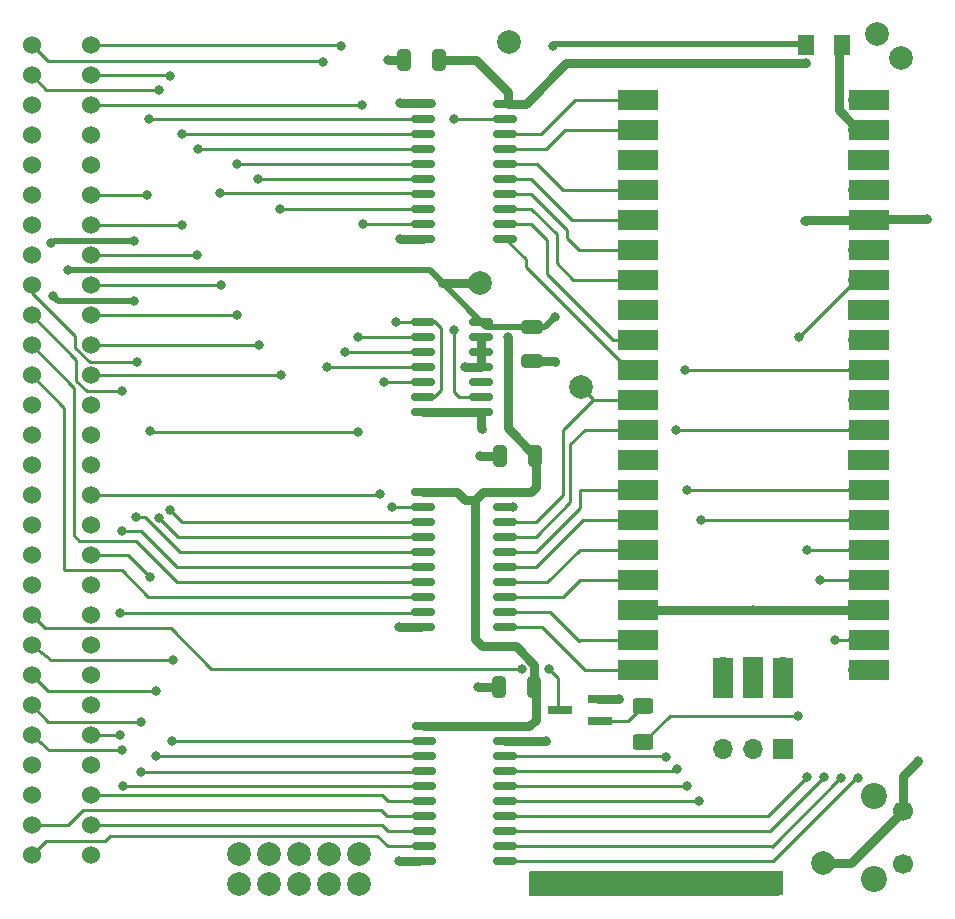
<source format=gtl>
G04 #@! TF.GenerationSoftware,KiCad,Pcbnew,6.0.11-2627ca5db0~126~ubuntu22.04.1*
G04 #@! TF.CreationDate,2023-02-16T15:19:58+00:00*
G04 #@! TF.ProjectId,srom,73726f6d-2e6b-4696-9361-645f70636258,v1.2*
G04 #@! TF.SameCoordinates,Original*
G04 #@! TF.FileFunction,Copper,L1,Top*
G04 #@! TF.FilePolarity,Positive*
%FSLAX46Y46*%
G04 Gerber Fmt 4.6, Leading zero omitted, Abs format (unit mm)*
G04 Created by KiCad (PCBNEW 6.0.11-2627ca5db0~126~ubuntu22.04.1) date 2023-02-16 15:19:58*
%MOMM*%
%LPD*%
G01*
G04 APERTURE LIST*
G04 Aperture macros list*
%AMRoundRect*
0 Rectangle with rounded corners*
0 $1 Rounding radius*
0 $2 $3 $4 $5 $6 $7 $8 $9 X,Y pos of 4 corners*
0 Add a 4 corners polygon primitive as box body*
4,1,4,$2,$3,$4,$5,$6,$7,$8,$9,$2,$3,0*
0 Add four circle primitives for the rounded corners*
1,1,$1+$1,$2,$3*
1,1,$1+$1,$4,$5*
1,1,$1+$1,$6,$7*
1,1,$1+$1,$8,$9*
0 Add four rect primitives between the rounded corners*
20,1,$1+$1,$2,$3,$4,$5,0*
20,1,$1+$1,$4,$5,$6,$7,0*
20,1,$1+$1,$6,$7,$8,$9,0*
20,1,$1+$1,$8,$9,$2,$3,0*%
G04 Aperture macros list end*
G04 #@! TA.AperFunction,ComponentPad*
%ADD10C,2.000000*%
G04 #@! TD*
G04 #@! TA.AperFunction,SMDPad,CuDef*
%ADD11RoundRect,0.250000X-0.325000X-0.650000X0.325000X-0.650000X0.325000X0.650000X-0.325000X0.650000X0*%
G04 #@! TD*
G04 #@! TA.AperFunction,SMDPad,CuDef*
%ADD12RoundRect,0.150000X-0.837500X-0.150000X0.837500X-0.150000X0.837500X0.150000X-0.837500X0.150000X0*%
G04 #@! TD*
G04 #@! TA.AperFunction,SMDPad,CuDef*
%ADD13RoundRect,0.250000X-0.650000X0.325000X-0.650000X-0.325000X0.650000X-0.325000X0.650000X0.325000X0*%
G04 #@! TD*
G04 #@! TA.AperFunction,SMDPad,CuDef*
%ADD14RoundRect,0.250000X0.625000X-0.400000X0.625000X0.400000X-0.625000X0.400000X-0.625000X-0.400000X0*%
G04 #@! TD*
G04 #@! TA.AperFunction,SMDPad,CuDef*
%ADD15RoundRect,0.250000X0.325000X0.650000X-0.325000X0.650000X-0.325000X-0.650000X0.325000X-0.650000X0*%
G04 #@! TD*
G04 #@! TA.AperFunction,SMDPad,CuDef*
%ADD16R,2.000000X0.650000*%
G04 #@! TD*
G04 #@! TA.AperFunction,SMDPad,CuDef*
%ADD17RoundRect,0.150000X-0.825000X-0.150000X0.825000X-0.150000X0.825000X0.150000X-0.825000X0.150000X0*%
G04 #@! TD*
G04 #@! TA.AperFunction,ComponentPad*
%ADD18R,1.700000X1.700000*%
G04 #@! TD*
G04 #@! TA.AperFunction,ComponentPad*
%ADD19O,1.700000X1.700000*%
G04 #@! TD*
G04 #@! TA.AperFunction,ComponentPad*
%ADD20C,2.200000*%
G04 #@! TD*
G04 #@! TA.AperFunction,ComponentPad*
%ADD21C,1.700000*%
G04 #@! TD*
G04 #@! TA.AperFunction,SMDPad,CuDef*
%ADD22RoundRect,0.250001X0.462499X0.624999X-0.462499X0.624999X-0.462499X-0.624999X0.462499X-0.624999X0*%
G04 #@! TD*
G04 #@! TA.AperFunction,ComponentPad*
%ADD23C,1.524000*%
G04 #@! TD*
G04 #@! TA.AperFunction,SMDPad,CuDef*
%ADD24R,3.500000X1.700000*%
G04 #@! TD*
G04 #@! TA.AperFunction,SMDPad,CuDef*
%ADD25R,1.700000X3.500000*%
G04 #@! TD*
G04 #@! TA.AperFunction,ViaPad*
%ADD26C,0.800000*%
G04 #@! TD*
G04 #@! TA.AperFunction,Conductor*
%ADD27C,0.250000*%
G04 #@! TD*
G04 #@! TA.AperFunction,Conductor*
%ADD28C,0.750000*%
G04 #@! TD*
G04 #@! TA.AperFunction,Conductor*
%ADD29C,0.550000*%
G04 #@! TD*
G04 APERTURE END LIST*
D10*
X48200000Y-122000000D03*
X45660000Y-122000000D03*
D11*
X67825000Y-88340000D03*
X70775000Y-88340000D03*
D12*
X61327500Y-111205000D03*
X61327500Y-112475000D03*
X61327500Y-113745000D03*
X61327500Y-115015000D03*
X61327500Y-116285000D03*
X61327500Y-117555000D03*
X61327500Y-118825000D03*
X61327500Y-120095000D03*
X61327500Y-121365000D03*
X61327500Y-122635000D03*
X68252500Y-122635000D03*
X68252500Y-121365000D03*
X68252500Y-120095000D03*
X68252500Y-118825000D03*
X68252500Y-117555000D03*
X68252500Y-116285000D03*
X68252500Y-115015000D03*
X68252500Y-113745000D03*
X68252500Y-112475000D03*
X68252500Y-111205000D03*
X61307500Y-91385000D03*
X61307500Y-92655000D03*
X61307500Y-93925000D03*
X61307500Y-95195000D03*
X61307500Y-96465000D03*
X61307500Y-97735000D03*
X61307500Y-99005000D03*
X61307500Y-100275000D03*
X61307500Y-101545000D03*
X61307500Y-102815000D03*
X68232500Y-102815000D03*
X68232500Y-101545000D03*
X68232500Y-100275000D03*
X68232500Y-99005000D03*
X68232500Y-97735000D03*
X68232500Y-96465000D03*
X68232500Y-95195000D03*
X68232500Y-93925000D03*
X68232500Y-92655000D03*
X68232500Y-91385000D03*
D13*
X70520000Y-77385000D03*
X70520000Y-80335000D03*
D10*
X95140000Y-122840000D03*
D14*
X79940000Y-112580000D03*
X79940000Y-109480000D03*
D15*
X70685000Y-107880000D03*
X67735000Y-107880000D03*
D16*
X76290000Y-110800000D03*
X76290000Y-108900000D03*
X72870000Y-109850000D03*
D10*
X50740000Y-122000000D03*
D17*
X61265000Y-76990000D03*
X61265000Y-78260000D03*
X61265000Y-79530000D03*
X61265000Y-80800000D03*
X61265000Y-82070000D03*
X61265000Y-83340000D03*
X61265000Y-84610000D03*
X66215000Y-84610000D03*
X66215000Y-83340000D03*
X66215000Y-82070000D03*
X66215000Y-80800000D03*
X66215000Y-79530000D03*
X66215000Y-78260000D03*
X66215000Y-76990000D03*
D10*
X101770000Y-54650000D03*
D12*
X61307500Y-58505000D03*
X61307500Y-59775000D03*
X61307500Y-61045000D03*
X61307500Y-62315000D03*
X61307500Y-63585000D03*
X61307500Y-64855000D03*
X61307500Y-66125000D03*
X61307500Y-67395000D03*
X61307500Y-68665000D03*
X61307500Y-69935000D03*
X68232500Y-69935000D03*
X68232500Y-68665000D03*
X68232500Y-67395000D03*
X68232500Y-66125000D03*
X68232500Y-64855000D03*
X68232500Y-63585000D03*
X68232500Y-62315000D03*
X68232500Y-61045000D03*
X68232500Y-59775000D03*
X68232500Y-58505000D03*
D10*
X53280000Y-122000000D03*
X50740000Y-124540000D03*
X68540000Y-53260000D03*
X66140000Y-73680000D03*
X45660000Y-124540000D03*
X55820000Y-122000000D03*
X99730000Y-52600000D03*
D15*
X62595000Y-54810000D03*
X59645000Y-54810000D03*
D10*
X48200000Y-124540000D03*
D18*
X91730000Y-113165000D03*
D19*
X89190000Y-113165000D03*
X86650000Y-113165000D03*
D20*
X99425000Y-124150000D03*
X99425000Y-117150000D03*
D21*
X101925000Y-118400000D03*
X101925000Y-122900000D03*
D10*
X53280000Y-124540000D03*
X74630000Y-82520000D03*
D22*
X96717500Y-53540000D03*
X93742500Y-53540000D03*
D10*
X55820000Y-124540000D03*
D23*
X28150000Y-63740000D03*
X33150000Y-63740000D03*
X33150000Y-53580000D03*
X33150000Y-56120000D03*
X33150000Y-58660000D03*
X33150000Y-61200000D03*
X33150000Y-66280000D03*
X33150000Y-68820000D03*
X33150000Y-71360000D03*
X33150000Y-73900000D03*
X33150000Y-76440000D03*
X33150000Y-78980000D03*
X33150000Y-81520000D03*
X33150000Y-84060000D03*
X33150000Y-86600000D03*
X33150000Y-89140000D03*
X33150000Y-91680000D03*
X33150000Y-94220000D03*
X33150000Y-96760000D03*
X33150000Y-99300000D03*
X33150000Y-101840000D03*
X33150000Y-104380000D03*
X33150000Y-106920000D03*
X33150000Y-109460000D03*
X33150000Y-112000000D03*
X33150000Y-114540000D03*
X33150000Y-117080000D03*
X33150000Y-119620000D03*
X33150000Y-122160000D03*
X28150000Y-53580000D03*
X28150000Y-56120000D03*
X28150000Y-58660000D03*
X28150000Y-61200000D03*
X28150000Y-66280000D03*
X28150000Y-68820000D03*
X28150000Y-71360000D03*
X28150000Y-73900000D03*
X28150000Y-76440000D03*
X28150000Y-78980000D03*
X28150000Y-81520000D03*
X28150000Y-84060000D03*
X28150000Y-86600000D03*
X28150000Y-89140000D03*
X28150000Y-91680000D03*
X28150000Y-94220000D03*
X28150000Y-96760000D03*
X28150000Y-99300000D03*
X28150000Y-101840000D03*
X28150000Y-104380000D03*
X28150000Y-106920000D03*
X28150000Y-109460000D03*
X28150000Y-112000000D03*
X28150000Y-114540000D03*
X28150000Y-117080000D03*
X28150000Y-119620000D03*
X28150000Y-122160000D03*
D19*
X80350000Y-58190000D03*
D24*
X79450000Y-58190000D03*
D19*
X80350000Y-60730000D03*
D24*
X79450000Y-60730000D03*
D18*
X80350000Y-63270000D03*
D24*
X79450000Y-63270000D03*
D19*
X80350000Y-65810000D03*
D24*
X79450000Y-65810000D03*
X79450000Y-68350000D03*
D19*
X80350000Y-68350000D03*
X80350000Y-70890000D03*
D24*
X79450000Y-70890000D03*
X79450000Y-73430000D03*
D19*
X80350000Y-73430000D03*
D18*
X80350000Y-75970000D03*
D24*
X79450000Y-75970000D03*
X79450000Y-78510000D03*
D19*
X80350000Y-78510000D03*
D24*
X79450000Y-81050000D03*
D19*
X80350000Y-81050000D03*
D24*
X79450000Y-83590000D03*
D19*
X80350000Y-83590000D03*
D24*
X79450000Y-86130000D03*
D19*
X80350000Y-86130000D03*
D24*
X79450000Y-88670000D03*
D18*
X80350000Y-88670000D03*
D24*
X79450000Y-91210000D03*
D19*
X80350000Y-91210000D03*
D24*
X79450000Y-93750000D03*
D19*
X80350000Y-93750000D03*
D24*
X79450000Y-96290000D03*
D19*
X80350000Y-96290000D03*
X80350000Y-98830000D03*
D24*
X79450000Y-98830000D03*
X79450000Y-101370000D03*
D18*
X80350000Y-101370000D03*
D19*
X80350000Y-103910000D03*
D24*
X79450000Y-103910000D03*
D19*
X80350000Y-106450000D03*
D24*
X79450000Y-106450000D03*
X99030000Y-106450000D03*
D19*
X98130000Y-106450000D03*
X98130000Y-103910000D03*
D24*
X99030000Y-103910000D03*
D18*
X98130000Y-101370000D03*
D24*
X99030000Y-101370000D03*
X99030000Y-98830000D03*
D19*
X98130000Y-98830000D03*
X98130000Y-96290000D03*
D24*
X99030000Y-96290000D03*
D19*
X98130000Y-93750000D03*
D24*
X99030000Y-93750000D03*
X99030000Y-91210000D03*
D19*
X98130000Y-91210000D03*
D24*
X99030000Y-88670000D03*
D18*
X98130000Y-88670000D03*
D24*
X99030000Y-86130000D03*
D19*
X98130000Y-86130000D03*
X98130000Y-83590000D03*
D24*
X99030000Y-83590000D03*
D19*
X98130000Y-81050000D03*
D24*
X99030000Y-81050000D03*
X99030000Y-78510000D03*
D19*
X98130000Y-78510000D03*
D18*
X98130000Y-75970000D03*
D24*
X99030000Y-75970000D03*
X99030000Y-73430000D03*
D19*
X98130000Y-73430000D03*
D24*
X99030000Y-70890000D03*
D19*
X98130000Y-70890000D03*
D24*
X99030000Y-68350000D03*
D19*
X98130000Y-68350000D03*
D24*
X99030000Y-65810000D03*
D19*
X98130000Y-65810000D03*
D24*
X99030000Y-63270000D03*
D18*
X98130000Y-63270000D03*
D19*
X98130000Y-60730000D03*
D24*
X99030000Y-60730000D03*
D19*
X98130000Y-58190000D03*
D24*
X99030000Y-58190000D03*
D25*
X86700000Y-107120000D03*
D19*
X86700000Y-106220000D03*
D18*
X89240000Y-106220000D03*
D25*
X89240000Y-107120000D03*
X91780000Y-107120000D03*
D19*
X91780000Y-106220000D03*
D26*
X68450000Y-58560000D03*
X93680000Y-55100000D03*
X68440000Y-78270000D03*
X103990000Y-68310000D03*
X93660000Y-68450000D03*
X103190000Y-114140000D03*
X36830000Y-70110000D03*
X66140000Y-88310000D03*
X68910000Y-92670000D03*
X66230000Y-86020000D03*
X65950000Y-107920000D03*
X77870000Y-108890000D03*
X72480000Y-80340000D03*
X36830000Y-75180000D03*
X73440000Y-124940000D03*
X58310000Y-54810000D03*
X71690000Y-112510000D03*
X29980000Y-74780000D03*
X59290000Y-58490000D03*
X89250000Y-101370000D03*
X59230000Y-102820000D03*
X29790000Y-70340000D03*
X64840000Y-80780000D03*
X59210000Y-122670000D03*
X59330000Y-69950000D03*
X72320000Y-53590000D03*
X72420000Y-76540000D03*
X31210000Y-72590000D03*
X58980000Y-77030000D03*
X58650000Y-92640000D03*
X37060000Y-80420000D03*
X37000000Y-93490000D03*
X35830000Y-82830000D03*
X35820000Y-94670000D03*
X35850000Y-116310000D03*
X35830000Y-113200000D03*
X37390000Y-110830000D03*
X37420000Y-115090000D03*
X38640000Y-108260000D03*
X38630000Y-113730000D03*
X82760000Y-114860000D03*
X82680000Y-86130000D03*
X83660000Y-116300000D03*
X83640000Y-91230000D03*
X84670000Y-117570000D03*
X84810000Y-93740000D03*
X40080000Y-105580000D03*
X40050000Y-112500000D03*
X38960000Y-57340000D03*
X38940000Y-93610000D03*
X39850000Y-92890000D03*
X39830000Y-56160000D03*
X98130000Y-115600000D03*
X96690000Y-115609999D03*
X96180000Y-103910000D03*
X94930000Y-98820000D03*
X95240000Y-115546666D03*
X93790000Y-115483333D03*
X93790000Y-96310000D03*
X81820000Y-113790000D03*
X83430000Y-81070000D03*
X37910000Y-66250000D03*
X38040000Y-59810000D03*
X40840000Y-61060000D03*
X40840000Y-68790000D03*
X42200000Y-62320000D03*
X42150000Y-71360000D03*
X47320000Y-64860000D03*
X47360000Y-78920000D03*
X49250000Y-81520000D03*
X49160000Y-67400000D03*
X45490000Y-63580000D03*
X45520000Y-76430000D03*
X44120000Y-66090000D03*
X44150000Y-73890000D03*
X56170000Y-68670000D03*
X56110000Y-58660000D03*
X63910000Y-59810000D03*
X63920000Y-77690000D03*
X53150000Y-80800000D03*
X52850000Y-54970000D03*
X54350000Y-53640000D03*
X54670000Y-79540000D03*
X35630000Y-101590000D03*
X35600000Y-112000000D03*
X55780000Y-78290000D03*
X38190000Y-86250000D03*
X38190000Y-98610000D03*
X55810000Y-86330000D03*
X57650000Y-91590000D03*
X57940000Y-82080000D03*
X71935924Y-106334076D03*
X69625924Y-106334076D03*
X93065500Y-110360000D03*
X93090000Y-78270000D03*
D27*
X98170000Y-68310000D02*
X98130000Y-68350000D01*
D28*
X70250000Y-111235000D02*
X70250000Y-111230000D01*
X70385000Y-91370000D02*
X70400000Y-91385000D01*
X64840000Y-92070000D02*
X64155000Y-91385000D01*
X68450000Y-58560000D02*
X68450000Y-57530000D01*
X69120000Y-104450000D02*
X66300000Y-104450000D01*
X64155000Y-91385000D02*
X61307500Y-91385000D01*
X101925000Y-118400000D02*
X101925000Y-115405000D01*
X73415000Y-55100000D02*
X69990000Y-58525000D01*
X65730000Y-54810000D02*
X62595000Y-54810000D01*
X70775000Y-88340000D02*
X68440000Y-86005000D01*
X93680000Y-55100000D02*
X73415000Y-55100000D01*
X65650000Y-92070000D02*
X66350000Y-91370000D01*
X103990000Y-68310000D02*
X98170000Y-68310000D01*
X97485000Y-122840000D02*
X101925000Y-118400000D01*
X70840000Y-88405000D02*
X70775000Y-88340000D01*
X70820000Y-108015000D02*
X70685000Y-107880000D01*
X65650000Y-92070000D02*
X64840000Y-92070000D01*
X68440000Y-86005000D02*
X68440000Y-78270000D01*
X70685000Y-106015000D02*
X69120000Y-104450000D01*
X66350000Y-91370000D02*
X67880000Y-91370000D01*
X101925000Y-115405000D02*
X103190000Y-114140000D01*
X67880000Y-91370000D02*
X70385000Y-91370000D01*
X70840000Y-90945000D02*
X70840000Y-88405000D01*
X70820000Y-110660000D02*
X70820000Y-108015000D01*
X61357500Y-111235000D02*
X70250000Y-111235000D01*
X69955000Y-58560000D02*
X69990000Y-58525000D01*
X68450000Y-57530000D02*
X65730000Y-54810000D01*
X70250000Y-111230000D02*
X70820000Y-110660000D01*
X66300000Y-104450000D02*
X65650000Y-103800000D01*
X93660000Y-68450000D02*
X93760000Y-68350000D01*
X68450000Y-58560000D02*
X69955000Y-58560000D01*
X95140000Y-122840000D02*
X97485000Y-122840000D01*
X65650000Y-103800000D02*
X65650000Y-92070000D01*
X70685000Y-107880000D02*
X70685000Y-106015000D01*
X93760000Y-68350000D02*
X98130000Y-68350000D01*
X70400000Y-91385000D02*
X70840000Y-90945000D01*
X58310000Y-54810000D02*
X59645000Y-54810000D01*
X71685000Y-112505000D02*
X68282500Y-112505000D01*
X89250000Y-101370000D02*
X98130000Y-101370000D01*
D29*
X29790000Y-70340000D02*
X30020000Y-70110000D01*
D28*
X66215000Y-78260000D02*
X66215000Y-79530000D01*
X59230000Y-102820000D02*
X61095000Y-102820000D01*
X76120000Y-108880000D02*
X77860000Y-108880000D01*
X60950000Y-122665000D02*
X59215000Y-122665000D01*
X65990000Y-107880000D02*
X65950000Y-107920000D01*
X59330000Y-69950000D02*
X61292500Y-69950000D01*
X61292500Y-69950000D02*
X61307500Y-69935000D01*
X66215000Y-84610000D02*
X66215000Y-86005000D01*
X67825000Y-88340000D02*
X66170000Y-88340000D01*
X72475000Y-80335000D02*
X72480000Y-80340000D01*
D29*
X30020000Y-70110000D02*
X36830000Y-70110000D01*
D28*
X61095000Y-102820000D02*
X61100000Y-102815000D01*
X80350000Y-101370000D02*
X89250000Y-101370000D01*
X71690000Y-112510000D02*
X71685000Y-112505000D01*
X68282500Y-112505000D02*
X68252500Y-112475000D01*
D27*
X77860000Y-108880000D02*
X77870000Y-108890000D01*
D29*
X30380000Y-75180000D02*
X29980000Y-74780000D01*
D27*
X66170000Y-88340000D02*
X66140000Y-88310000D01*
D28*
X66215000Y-86005000D02*
X66230000Y-86020000D01*
X66215000Y-80800000D02*
X64860000Y-80800000D01*
X67735000Y-107880000D02*
X65990000Y-107880000D01*
X66215000Y-79530000D02*
X66215000Y-80800000D01*
X70520000Y-80335000D02*
X72475000Y-80335000D01*
D29*
X36830000Y-75180000D02*
X30380000Y-75180000D01*
D28*
X66215000Y-84610000D02*
X61265000Y-84610000D01*
X64860000Y-80800000D02*
X64840000Y-80780000D01*
D27*
X59215000Y-122665000D02*
X59210000Y-122670000D01*
D28*
X59290000Y-58490000D02*
X61980000Y-58490000D01*
D29*
X72435000Y-53475000D02*
X93915000Y-53475000D01*
X61860000Y-72630000D02*
X61830000Y-72600000D01*
X61845000Y-72620000D02*
X66215000Y-76990000D01*
X66610000Y-77385000D02*
X66215000Y-76990000D01*
D28*
X66140000Y-73680000D02*
X62905000Y-73680000D01*
D29*
X61830000Y-72600000D02*
X31060000Y-72600000D01*
X72320000Y-53590000D02*
X72435000Y-53475000D01*
X71575000Y-77385000D02*
X72420000Y-76540000D01*
X70520000Y-77385000D02*
X71575000Y-77385000D01*
X70520000Y-77385000D02*
X66610000Y-77385000D01*
D28*
X98130000Y-60730000D02*
X96480000Y-59080000D01*
X96480000Y-59080000D02*
X96480000Y-53540000D01*
D27*
X58650000Y-92640000D02*
X61085000Y-92640000D01*
X61265000Y-76990000D02*
X59020000Y-76990000D01*
X61265000Y-83340000D02*
X62190000Y-83340000D01*
X62790000Y-82740000D02*
X62790000Y-77470000D01*
X59020000Y-76990000D02*
X58980000Y-77030000D01*
X61085000Y-92640000D02*
X61100000Y-92655000D01*
X62790000Y-77470000D02*
X62240000Y-76920000D01*
X62190000Y-83340000D02*
X62790000Y-82740000D01*
X31830000Y-78180000D02*
X31830000Y-79197251D01*
X28150000Y-74500000D02*
X31830000Y-78180000D01*
X37730000Y-93490000D02*
X40705000Y-96465000D01*
X37000000Y-93490000D02*
X37730000Y-93490000D01*
X31830000Y-79197251D02*
X33052749Y-80420000D01*
X33052749Y-80420000D02*
X37060000Y-80420000D01*
X28150000Y-73900000D02*
X28150000Y-74500000D01*
X40705000Y-96465000D02*
X61100000Y-96465000D01*
X32790000Y-82840000D02*
X35820000Y-82840000D01*
X40455000Y-97735000D02*
X61100000Y-97735000D01*
X35820000Y-82840000D02*
X35830000Y-82830000D01*
X28150000Y-76440000D02*
X31930000Y-80220000D01*
X37390000Y-94670000D02*
X40455000Y-97735000D01*
X31930000Y-81980000D02*
X32790000Y-82840000D01*
X35820000Y-94670000D02*
X37390000Y-94670000D01*
X31930000Y-80220000D02*
X31930000Y-81980000D01*
X32180000Y-95510000D02*
X36970000Y-95510000D01*
X28150000Y-78980000D02*
X31710000Y-82540000D01*
X40465000Y-99005000D02*
X61100000Y-99005000D01*
X31710000Y-95040000D02*
X32180000Y-95510000D01*
X31710000Y-82540000D02*
X31710000Y-95040000D01*
X36970000Y-95510000D02*
X40465000Y-99005000D01*
X30920000Y-84290000D02*
X30920000Y-97950000D01*
X28150000Y-81520000D02*
X30920000Y-84290000D01*
X31000000Y-98030000D02*
X35770000Y-98030000D01*
X35770000Y-98030000D02*
X38015000Y-100275000D01*
X38015000Y-100275000D02*
X61100000Y-100275000D01*
X30920000Y-97950000D02*
X31000000Y-98030000D01*
X35550000Y-113210000D02*
X35820000Y-113210000D01*
X29590000Y-113210000D02*
X35550000Y-113210000D01*
X28150000Y-112000000D02*
X29590000Y-113210000D01*
X35855000Y-116315000D02*
X60950000Y-116315000D01*
X35820000Y-113210000D02*
X35830000Y-113200000D01*
X35850000Y-116310000D02*
X35855000Y-116315000D01*
X29520000Y-110830000D02*
X37390000Y-110830000D01*
X28150000Y-109460000D02*
X29520000Y-110830000D01*
X60905000Y-115090000D02*
X60950000Y-115045000D01*
X37420000Y-115090000D02*
X60905000Y-115090000D01*
X28150000Y-106920000D02*
X29490000Y-108260000D01*
X38630000Y-113730000D02*
X60905000Y-113730000D01*
X29490000Y-108260000D02*
X38640000Y-108260000D01*
X60905000Y-113730000D02*
X60950000Y-113775000D01*
X82575000Y-115045000D02*
X68282500Y-115045000D01*
X82760000Y-114860000D02*
X82575000Y-115045000D01*
X68282500Y-115045000D02*
X68252500Y-115015000D01*
X82680000Y-86130000D02*
X98130000Y-86130000D01*
X83645000Y-116315000D02*
X68282500Y-116315000D01*
X83640000Y-91230000D02*
X83660000Y-91210000D01*
X68282500Y-116315000D02*
X68252500Y-116285000D01*
X83660000Y-116300000D02*
X83645000Y-116315000D01*
X83660000Y-91210000D02*
X98130000Y-91210000D01*
X84670000Y-117570000D02*
X84655000Y-117585000D01*
X84655000Y-117585000D02*
X68282500Y-117585000D01*
X98120000Y-93740000D02*
X98130000Y-93750000D01*
X68282500Y-117585000D02*
X68252500Y-117555000D01*
X84810000Y-93740000D02*
X98120000Y-93740000D01*
X80350000Y-103910000D02*
X74530000Y-103910000D01*
X74460000Y-103980000D02*
X72025000Y-101545000D01*
X72025000Y-101545000D02*
X68232500Y-101545000D01*
X74530000Y-103910000D02*
X74460000Y-103980000D01*
X74610000Y-98830000D02*
X73165000Y-100275000D01*
X73165000Y-100275000D02*
X68232500Y-100275000D01*
X80350000Y-98830000D02*
X74610000Y-98830000D01*
X80350000Y-96290000D02*
X74530000Y-96290000D01*
X74530000Y-96290000D02*
X71815000Y-99005000D01*
X71815000Y-99005000D02*
X68232500Y-99005000D01*
X74550000Y-94011751D02*
X70826751Y-97735000D01*
X80350000Y-93750000D02*
X74810000Y-93750000D01*
X74810000Y-93750000D02*
X74550000Y-94010000D01*
X70826751Y-97735000D02*
X68232500Y-97735000D01*
X74550000Y-94010000D02*
X74550000Y-94011751D01*
X75630000Y-83590000D02*
X80350000Y-83590000D01*
X75630000Y-83590000D02*
X75630000Y-83520000D01*
X73100000Y-91651751D02*
X70826751Y-93925000D01*
X73100000Y-86120000D02*
X73100000Y-91651751D01*
X70826751Y-93925000D02*
X68232500Y-93925000D01*
X75630000Y-83520000D02*
X74630000Y-82520000D01*
X75630000Y-83590000D02*
X73100000Y-86120000D01*
X40080000Y-105580000D02*
X29770000Y-105610000D01*
X29770000Y-105610000D02*
X28150000Y-104380000D01*
X40050000Y-112500000D02*
X40055000Y-112505000D01*
X40055000Y-112505000D02*
X60950000Y-112505000D01*
X58285000Y-117585000D02*
X60950000Y-117585000D01*
X57780000Y-117080000D02*
X58285000Y-117585000D01*
X33150000Y-117080000D02*
X57780000Y-117080000D01*
X31190000Y-119620000D02*
X32460000Y-118350000D01*
X28150000Y-119620000D02*
X31190000Y-119620000D01*
X32460000Y-118350000D02*
X57750000Y-118350000D01*
X58255000Y-118855000D02*
X60950000Y-118855000D01*
X57750000Y-118350000D02*
X58255000Y-118855000D01*
X33150000Y-119620000D02*
X57820000Y-119620000D01*
X58325000Y-120125000D02*
X60950000Y-120125000D01*
X57820000Y-119620000D02*
X58325000Y-120125000D01*
X58315000Y-121395000D02*
X60950000Y-121395000D01*
X34350000Y-120920000D02*
X34800000Y-120470000D01*
X57390000Y-120470000D02*
X58315000Y-121395000D01*
X34800000Y-120470000D02*
X57390000Y-120470000D01*
X29390000Y-120920000D02*
X34350000Y-120920000D01*
X28150000Y-122160000D02*
X29390000Y-120920000D01*
X40525000Y-95195000D02*
X61100000Y-95195000D01*
X38940000Y-93610000D02*
X40525000Y-95195000D01*
X28150000Y-56120000D02*
X29370000Y-57340000D01*
X29370000Y-57340000D02*
X38960000Y-57340000D01*
X39850000Y-92890000D02*
X40885000Y-93925000D01*
X33150000Y-56120000D02*
X39790000Y-56120000D01*
X40885000Y-93925000D02*
X61100000Y-93925000D01*
X39790000Y-56120000D02*
X39830000Y-56160000D01*
X80350000Y-86130000D02*
X74980000Y-86130000D01*
X73760000Y-87350000D02*
X73760000Y-92261751D01*
X73760000Y-92261751D02*
X70826751Y-95195000D01*
X74980000Y-86130000D02*
X73760000Y-87350000D01*
X70826751Y-95195000D02*
X68232500Y-95195000D01*
X74550000Y-91200000D02*
X74550000Y-92741751D01*
X74550000Y-92741751D02*
X70826751Y-96465000D01*
X80350000Y-91210000D02*
X80340000Y-91200000D01*
X80340000Y-91200000D02*
X74550000Y-91200000D01*
X70826751Y-96465000D02*
X68232500Y-96465000D01*
X98140000Y-115420000D02*
X90895000Y-122665000D01*
X90895000Y-122665000D02*
X68282500Y-122665000D01*
X68282500Y-122665000D02*
X68252500Y-122635000D01*
X68282500Y-121395000D02*
X68252500Y-121365000D01*
X90835000Y-121405000D02*
X90825000Y-121395000D01*
X96180000Y-103910000D02*
X98130000Y-103910000D01*
X96620000Y-115620000D02*
X90835000Y-121405000D01*
X90825000Y-121395000D02*
X68282500Y-121395000D01*
X68282500Y-120125000D02*
X68252500Y-120095000D01*
X90645000Y-120115000D02*
X90395000Y-120115000D01*
X90385000Y-120125000D02*
X68282500Y-120125000D01*
X94940000Y-98830000D02*
X98130000Y-98830000D01*
X90395000Y-120115000D02*
X90385000Y-120125000D01*
X94930000Y-98820000D02*
X94940000Y-98830000D01*
X95210000Y-115550000D02*
X90645000Y-120115000D01*
X98110000Y-96310000D02*
X98130000Y-96290000D01*
X90485000Y-118855000D02*
X68282500Y-118855000D01*
X68282500Y-118855000D02*
X68252500Y-118825000D01*
X93790000Y-96310000D02*
X98110000Y-96310000D01*
X93790000Y-115550000D02*
X90485000Y-118855000D01*
X81820000Y-113790000D02*
X81805000Y-113775000D01*
X83430000Y-81070000D02*
X83450000Y-81050000D01*
X68282500Y-113775000D02*
X68252500Y-113745000D01*
X81805000Y-113775000D02*
X68282500Y-113775000D01*
X83450000Y-81050000D02*
X98130000Y-81050000D01*
X38040000Y-59810000D02*
X60675000Y-59810000D01*
X37880000Y-66280000D02*
X37910000Y-66250000D01*
X60675000Y-59810000D02*
X60690000Y-59795000D01*
X33150000Y-66280000D02*
X37880000Y-66280000D01*
X40810000Y-68820000D02*
X40840000Y-68790000D01*
X33150000Y-68820000D02*
X40810000Y-68820000D01*
X40840000Y-61060000D02*
X60685000Y-61060000D01*
X60685000Y-61060000D02*
X60690000Y-61065000D01*
X33150000Y-71360000D02*
X42150000Y-71360000D01*
X42200000Y-62320000D02*
X60675000Y-62320000D01*
X60675000Y-62320000D02*
X60690000Y-62335000D01*
X47320000Y-64860000D02*
X60675000Y-64860000D01*
X47300000Y-78980000D02*
X47360000Y-78920000D01*
X33150000Y-78980000D02*
X47300000Y-78980000D01*
X60675000Y-64860000D02*
X60690000Y-64875000D01*
X49160000Y-67400000D02*
X60675000Y-67400000D01*
X60675000Y-67400000D02*
X60690000Y-67415000D01*
X33150000Y-81520000D02*
X49250000Y-81520000D01*
X33150000Y-76440000D02*
X45510000Y-76440000D01*
X45510000Y-76440000D02*
X45520000Y-76430000D01*
X45515000Y-63605000D02*
X60690000Y-63605000D01*
X45490000Y-63580000D02*
X45515000Y-63605000D01*
X33150000Y-73900000D02*
X44140000Y-73900000D01*
X60635000Y-66090000D02*
X60690000Y-66145000D01*
X44140000Y-73900000D02*
X44150000Y-73890000D01*
X44120000Y-66090000D02*
X60635000Y-66090000D01*
X56170000Y-68670000D02*
X60675000Y-68670000D01*
X33150000Y-58660000D02*
X56110000Y-58660000D01*
X60675000Y-68670000D02*
X60690000Y-68685000D01*
X69990000Y-71692500D02*
X68232500Y-69935000D01*
X69990000Y-72300000D02*
X69990000Y-71692500D01*
X80350000Y-81050000D02*
X78740000Y-81050000D01*
X78740000Y-81050000D02*
X69990000Y-72300000D01*
X68232500Y-67395000D02*
X70396751Y-67395000D01*
X72580000Y-72030000D02*
X73980000Y-73430000D01*
X70396751Y-67395000D02*
X72580000Y-69578249D01*
X73980000Y-73430000D02*
X80350000Y-73430000D01*
X72580000Y-69578249D02*
X72580000Y-72030000D01*
X70396751Y-64855000D02*
X73891751Y-68350000D01*
X68232500Y-64855000D02*
X70396751Y-64855000D01*
X73891751Y-68350000D02*
X80350000Y-68350000D01*
X71770000Y-72910000D02*
X77370000Y-78510000D01*
X71770000Y-70038249D02*
X71770000Y-72910000D01*
X70396751Y-68665000D02*
X71770000Y-70038249D01*
X77370000Y-78510000D02*
X80350000Y-78510000D01*
X68232500Y-68665000D02*
X70396751Y-68665000D01*
X73450000Y-69860000D02*
X74480000Y-70890000D01*
X73450000Y-69178249D02*
X73450000Y-69860000D01*
X68232500Y-66125000D02*
X70396751Y-66125000D01*
X70396751Y-66125000D02*
X73450000Y-69178249D01*
X74480000Y-70890000D02*
X80350000Y-70890000D01*
X70905000Y-63585000D02*
X73130000Y-65810000D01*
X73130000Y-65810000D02*
X80350000Y-65810000D01*
X68232500Y-63585000D02*
X70905000Y-63585000D01*
X73310000Y-60730000D02*
X80350000Y-60730000D01*
X68232500Y-62315000D02*
X71725000Y-62315000D01*
X71725000Y-62315000D02*
X73310000Y-60730000D01*
X74130000Y-58190000D02*
X80350000Y-58190000D01*
X71275000Y-61045000D02*
X74130000Y-58190000D01*
X68232500Y-61045000D02*
X71275000Y-61045000D01*
X63930000Y-82940000D02*
X63920000Y-82930000D01*
X64330000Y-83340000D02*
X63930000Y-82940000D01*
X63910000Y-59810000D02*
X63945000Y-59775000D01*
X63920000Y-82930000D02*
X63920000Y-77690000D01*
X63945000Y-59775000D02*
X68232500Y-59775000D01*
X66215000Y-83340000D02*
X64330000Y-83340000D01*
X28150000Y-53580000D02*
X29490000Y-54920000D01*
X52800000Y-54920000D02*
X52850000Y-54970000D01*
X29490000Y-54920000D02*
X52800000Y-54920000D01*
X53150000Y-80800000D02*
X61265000Y-80800000D01*
X61255000Y-79540000D02*
X61265000Y-79530000D01*
X54290000Y-53580000D02*
X54350000Y-53640000D01*
X33150000Y-53580000D02*
X54290000Y-53580000D01*
X54670000Y-79540000D02*
X61255000Y-79540000D01*
X33150000Y-112000000D02*
X35600000Y-112000000D01*
X35630000Y-101590000D02*
X61262500Y-101590000D01*
X61262500Y-101590000D02*
X61307500Y-101545000D01*
X36340000Y-96760000D02*
X38190000Y-98610000D01*
X55750000Y-86270000D02*
X55810000Y-86330000D01*
X55780000Y-78290000D02*
X61235000Y-78290000D01*
X33150000Y-96760000D02*
X36340000Y-96760000D01*
X61235000Y-78290000D02*
X61265000Y-78260000D01*
X38510000Y-86270000D02*
X55750000Y-86270000D01*
X55810000Y-86330000D02*
X55740000Y-86330000D01*
X61255000Y-82080000D02*
X61265000Y-82070000D01*
X57560000Y-91680000D02*
X57650000Y-91590000D01*
X57940000Y-82080000D02*
X61255000Y-82080000D01*
X33150000Y-91680000D02*
X57560000Y-91680000D01*
X43344076Y-106334076D02*
X69625924Y-106334076D01*
X72730000Y-107128152D02*
X72730000Y-109710000D01*
X72730000Y-109710000D02*
X72850000Y-109830000D01*
X29237000Y-102927000D02*
X39937000Y-102927000D01*
X28150000Y-101840000D02*
X29237000Y-102927000D01*
X40020000Y-103010000D02*
X43344076Y-106334076D01*
X39937000Y-102927000D02*
X40020000Y-103010000D01*
X71935924Y-106334076D02*
X72730000Y-107128152D01*
X82160000Y-110360000D02*
X93065500Y-110360000D01*
X97930000Y-73430000D02*
X98130000Y-73430000D01*
X79940000Y-112580000D02*
X82160000Y-110360000D01*
X93090000Y-78270000D02*
X97930000Y-73430000D01*
X74980000Y-106450000D02*
X80350000Y-106450000D01*
X71325000Y-102815000D02*
X74970000Y-106460000D01*
X68232500Y-102815000D02*
X71325000Y-102815000D01*
X74970000Y-106460000D02*
X74980000Y-106450000D01*
X78640000Y-110780000D02*
X76120000Y-110780000D01*
X79940000Y-109480000D02*
X78640000Y-110780000D01*
G04 #@! TA.AperFunction,Conductor*
G36*
X73869898Y-123458216D02*
G01*
X73870029Y-123458216D01*
X91420000Y-123470000D01*
X91420000Y-125544219D01*
X91390506Y-125552954D01*
X91385304Y-125556314D01*
X91349526Y-125561500D01*
X70349257Y-125561500D01*
X70281136Y-125541498D01*
X70234643Y-125487842D01*
X70223305Y-125432011D01*
X70259149Y-124137947D01*
X70274611Y-123579737D01*
X70275155Y-123560122D01*
X70281638Y-123541600D01*
X70286067Y-123543150D01*
X70296520Y-123510870D01*
X70351436Y-123465873D01*
X70400683Y-123455886D01*
X73869898Y-123458216D01*
G37*
G04 #@! TD.AperFunction*
G04 #@! TA.AperFunction,Conductor*
G36*
X91732013Y-123461625D02*
G01*
X91778556Y-123515237D01*
X91789991Y-123567861D01*
X91787427Y-125412510D01*
X91767330Y-125480603D01*
X91713610Y-125527021D01*
X91661721Y-125538335D01*
X81686668Y-125561500D01*
X70349257Y-125561500D01*
X70281136Y-125541498D01*
X70257350Y-125514047D01*
X70259850Y-123625094D01*
X70266925Y-123583633D01*
X70272210Y-123568533D01*
X70290000Y-123651551D01*
X70275492Y-123559159D01*
X70281638Y-123541600D01*
X70286067Y-123543150D01*
X70296520Y-123510870D01*
X70351436Y-123465873D01*
X70373176Y-123461464D01*
X73869767Y-123458216D01*
X73869898Y-123458216D01*
X91663875Y-123441686D01*
X91732013Y-123461625D01*
G37*
G04 #@! TD.AperFunction*
M02*

</source>
